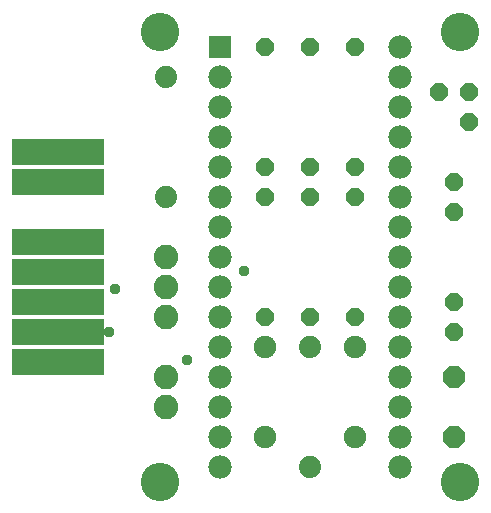
<source format=gbr>
G04 EAGLE Gerber RS-274X export*
G75*
%MOMM*%
%FSLAX34Y34*%
%LPD*%
%INSoldermask Bottom*%
%IPPOS*%
%AMOC8*
5,1,8,0,0,1.08239X$1,22.5*%
G01*
%ADD10C,3.251200*%
%ADD11C,1.879600*%
%ADD12P,1.649562X8X292.500000*%
%ADD13R,1.981200X1.981200*%
%ADD14C,1.981200*%
%ADD15P,1.649562X8X112.500000*%
%ADD16R,7.823200X2.235200*%
%ADD17C,2.082800*%
%ADD18P,1.951982X8X292.500000*%
%ADD19C,1.903200*%
%ADD20C,0.959600*%


D10*
X609600Y25400D03*
X863600Y25400D03*
X609600Y406400D03*
X863600Y406400D03*
D11*
X614680Y266700D03*
X614680Y368300D03*
D12*
X774700Y266700D03*
X774700Y165100D03*
X736600Y266700D03*
X736600Y165100D03*
D13*
X660400Y393700D03*
D14*
X660400Y368300D03*
X660400Y342900D03*
X660400Y317500D03*
X660400Y292100D03*
X660400Y266700D03*
X660400Y241300D03*
X660400Y215900D03*
X660400Y190500D03*
X660400Y165100D03*
X660400Y139700D03*
X660400Y114300D03*
X660400Y88900D03*
X660400Y63500D03*
X660400Y38100D03*
X812800Y393700D03*
X812800Y368300D03*
X812800Y342900D03*
X812800Y317500D03*
X812800Y292100D03*
X812800Y266700D03*
X812800Y241300D03*
X812800Y215900D03*
X812800Y190500D03*
X812800Y165100D03*
X812800Y139700D03*
X812800Y114300D03*
X812800Y88900D03*
X812800Y63500D03*
X812800Y38100D03*
D15*
X858520Y254000D03*
X858520Y279400D03*
X774700Y292100D03*
X774700Y393700D03*
D16*
X523240Y203200D03*
X523240Y228600D03*
X523240Y177800D03*
X523240Y152400D03*
X523240Y279400D03*
X523240Y127000D03*
X523240Y304800D03*
D15*
X858520Y152400D03*
X858520Y177800D03*
X736600Y292100D03*
X736600Y393700D03*
D12*
X698500Y266700D03*
X698500Y165100D03*
D17*
X614680Y165100D03*
X614680Y190500D03*
X614680Y215900D03*
X614680Y88900D03*
X614680Y114300D03*
D18*
X858520Y114300D03*
X858520Y63500D03*
D11*
X736600Y38100D03*
X736600Y139700D03*
D15*
X871220Y330200D03*
X871220Y355600D03*
X845820Y355600D03*
X698500Y292100D03*
X698500Y393700D03*
D19*
X698500Y63500D03*
X698500Y139700D03*
X774700Y63500D03*
X774700Y139700D03*
D20*
X632460Y128016D03*
X572008Y188468D03*
X566928Y152400D03*
X680720Y203454D03*
M02*

</source>
